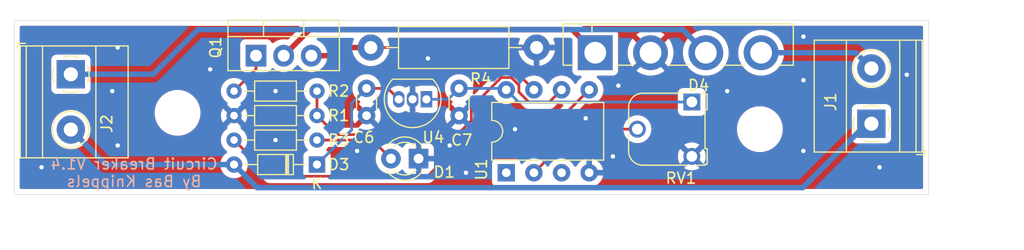
<source format=kicad_pcb>
(kicad_pcb (version 20211014) (generator pcbnew)
  (layers (0 "F.Cu" signal) (31 "B.Cu" signal) (34 "B.Paste" user) (35 "F.Paste" user) (36 "B.SilkS" user "B.Silkscreen") (37 "F.SilkS" user "F.Silkscreen") (38 "B.Mask" user) (39 "F.Mask" user) (44 "Edge.Cuts" user))
  (net 0 "")
  (net 1 "GND")
  (net 2 "+5V")
  (net 3 "VCC")
  (net 4 "/currSens")
  (net 5 "/on_off")
  (net 6 "/adjust")
  (net 7 "Net-(D3-Pad2)")
  (net 8 "Net-(D4-Pad1)")
  (net 9 "Net-(D4-Pad4)")
  (net 10 "Net-(D4-Pad3)")
  (net 11 "Net-(Q1-Pad1)")
  (net 13 "Net-(D1-Pad2)")
  (net 14 "/led")
  (footprint "Resistor_THT:R_Axial_DIN0204_L3.6mm_D1.6mm_P7.62mm_Horizontal" (layer "F.Cu") (at 202.81 145 180)
    (fp_text reference "R2" (at -2 0) (layer "F.SilkS"))
    (fp_text value "22R")
    (fp_line (start 5.73 0.92) (end 5.73 -0.92) (layer "F.SilkS") (width 0.12))
    (fp_line (start 0.94 0) (end 1.89 0) (layer "F.SilkS") (width 0.12))
    (fp_line (start 5.73 -0.92) (end 1.89 -0.92) (layer "F.SilkS") (width 0.12))
    (fp_line (start 1.89 -0.92) (end 1.89 0.92) (layer "F.SilkS") (width 0.12))
    (fp_line (start 6.68 0) (end 5.73 0) (layer "F.SilkS") (width 0.12))
    (fp_line (start 1.89 0.92) (end 5.73 0.92) (layer "F.SilkS") (width 0.12))
    (pad "1" thru_hole circle locked (at 0 0 180) (size 1.4 1.4) (drill 0.7) (layers *.Cu *.Mask) (net 5 "/on_off"))
    (pad "2" thru_hole oval locked (at 7.62 0 180) (size 1.4 1.4) (drill 0.7) (layers *.Cu *.Mask) (net 11 "Net-(Q1-Pad1)"))
  )
  (footprint "Resistor_THT:R_Axial_DIN0204_L3.6mm_D1.6mm_P7.62mm_Horizontal" (layer "F.Cu") (at 195.19 149.5)
    (fp_text reference "R3" (at 9.62 0) (layer "F.SilkS"))
    (fp_text value "R")
    (fp_line (start 5.73 0.92) (end 5.73 -0.92) (layer "F.SilkS") (width 0.12))
    (fp_line (start 6.68 0) (end 5.73 0) (layer "F.SilkS") (width 0.12))
    (fp_line (start 5.73 -0.92) (end 1.89 -0.92) (layer "F.SilkS") (width 0.12))
    (fp_line (start 0.94 0) (end 1.89 0) (layer "F.SilkS") (width 0.12))
    (fp_line (start 1.89 -0.92) (end 1.89 0.92) (layer "F.SilkS") (width 0.12))
    (fp_line (start 1.89 0.92) (end 5.73 0.92) (layer "F.SilkS") (width 0.12))
    (pad "1" thru_hole circle locked (at 0 0) (size 1.4 1.4) (drill 0.7) (layers *.Cu *.Mask) (net 14 "/led"))
    (pad "2" thru_hole oval locked (at 7.62 0) (size 1.4 1.4) (drill 0.7) (layers *.Cu *.Mask) (net 13 "Net-(D1-Pad2)"))
  )
  (footprint "TerminalBlock_Phoenix:TerminalBlock_Phoenix_MKDS-1,5-2-5.08_1x02_P5.08mm_Horizontal" (layer "F.Cu") (at 253.75 148 90)
    (fp_text reference "J1" (at 2 -3.75 90) (layer "F.SilkS"))
    (fp_text value "AC IN")
    (fp_line (start 3.853 1.023) (end 3.806 1.069) (layer "F.SilkS") (width 0.12))
    (fp_line (start -2.6 2.6) (end 7.68 2.6) (layer "F.SilkS") (width 0.12))
    (fp_line (start 7.68 -5.261) (end 7.68 4.66) (layer "F.SilkS") (width 0.12))
    (fp_line (start -2.6 -5.261) (end 7.68 -5.261) (layer "F.SilkS") (width 0.12))
    (fp_line (start -2.6 -5.261) (end -2.6 4.66) (layer "F.SilkS") (width 0.12))
    (fp_line (start 6.355 -1.069) (end 6.308 -1.023) (layer "F.SilkS") (width 0.12))
    (fp_line (start -2.84 4.9) (end -2.34 4.9) (layer "F.SilkS") (width 0.12))
    (fp_line (start -2.6 4.1) (end 7.68 4.1) (layer "F.SilkS") (width 0.12))
    (fp_line (start -2.84 4.16) (end -2.84 4.9) (layer "F.SilkS") (width 0.12))
    (fp_line (start -2.6 -2.301) (end 7.68 -2.301) (layer "F.SilkS") (width 0.12))
    (fp_line (start 6.15 -1.275) (end 6.115 -1.239) (layer "F.SilkS") (width 0.12))
    (fp_line (start 4.046 1.239) (end 4.011 1.274) (layer "F.SilkS") (width 0.12))
    (fp_line (start -2.6 4.66) (end 7.68 4.66) (layer "F.SilkS") (width 0.12))
    (fp_arc (start -0.683042 -1.535427) (mid 0.000524 -1.680501) (end 0.684 -1.535) (layer "F.SilkS") (width 0.12))
    (fp_arc (start 0.028805 1.680253) (mid -0.335551 1.646659) (end -0.684 1.535) (layer "F.SilkS") (width 0.12))
    (fp_arc (start 0.683318 1.534756) (mid 0.349292 1.643288) (end 0 1.68) (layer "F.SilkS") (width 0.12))
    (fp_arc (start 1.535427 -0.683042) (mid 1.680501 0.000524) (end 1.535 0.684) (layer "F.SilkS") (width 0.12))
    (fp_arc (start -1.535427 0.683042) (mid -1.680501 -0.000524) (end -1.535 -0.684) (layer "F.SilkS") (width 0.12))
    (fp_circle (center 5.08 0) (end 6.76 0) (layer "F.SilkS") (width 0.12) (fill none))
    (pad "1" thru_hole rect locked (at 0 0 90) (size 2.6 2.6) (drill 1.3) (layers *.Cu *.Mask) (net 7 "Net-(D3-Pad2)"))
    (pad "2" thru_hole circle locked (at 5.08 0 90) (size 2.6 2.6) (drill 1.3) (layers *.Cu *.Mask) (net 9 "Net-(D4-Pad4)"))
  )
  (footprint "LED_THT:LED_D3.0mm" (layer "F.Cu") (at 212.1458 151.2062 180)
    (fp_text reference "D1" (at -2.3542 -1.236) (layer "F.SilkS"))
    (fp_text value "LED")
    (fp_line (start -0.29 1.08) (end -0.29 1.236) (layer "F.SilkS") (width 0.12))
    (fp_line (start -0.29 -1.236) (end -0.29 -1.08) (layer "F.SilkS") (width 0.12))
    (fp_arc (start 2.942335 1.078608) (mid 1.366487 1.987659) (end -0.29 1.235516) (layer "F.SilkS") (width 0.12))
    (fp_arc (start -0.29 -1.235516) (mid 1.366487 -1.987659) (end 2.942335 -1.078608) (layer "F.SilkS") (width 0.12))
    (fp_arc (start 2.31113 1.079837) (mid 1.270117 1.5) (end 0.229039 1.08) (layer "F.SilkS") (width 0.12))
    (fp_arc (start 0.229039 -1.08) (mid 1.270117 -1.5) (end 2.31113 -1.079837) (layer "F.SilkS") (width 0.12))
    (pad "1" thru_hole rect locked (at 0 0 180) (size 1.8 1.8) (drill 0.9) (layers *.Cu *.Mask) (net 1 "GND"))
    (pad "2" thru_hole circle locked (at 2.54 0 180) (size 1.8 1.8) (drill 0.9) (layers *.Cu *.Mask) (net 13 "Net-(D1-Pad2)"))
  )
  (footprint "Package_DIP:DIP-8_W7.62mm" (layer "F.Cu") (at 220.2 152.5016 90)
    (fp_text reference "U1" (at 0.3 -2.28 90) (layer "F.SilkS"))
    (fp_text value "ATtiny45-20P")
    (fp_line (start 1.16 8.95) (end 6.46 8.95) (layer "F.SilkS") (width 0.12))
    (fp_line (start 1.16 -1.33) (end 1.16 8.95) (layer "F.SilkS") (width 0.12))
    (fp_line (start 2.81 -1.33) (end 1.16 -1.33) (layer "F.SilkS") (width 0.12))
    (fp_line (start 6.46 -1.33) (end 4.81 -1.33) (layer "F.SilkS") (width 0.12))
    (fp_line (start 6.46 8.95) (end 6.46 -1.33) (layer "F.SilkS") (width 0.12))
    (fp_arc (start 4.81 -1.33) (mid 3.81 -0.33) (end 2.81 -1.33) (layer "F.SilkS") (width 0.12))
    (pad "1" thru_hole rect locked (at 0 0 90) (size 1.6 1.6) (drill 0.8) (layers *.Cu *.Mask))
    (pad "2" thru_hole oval locked (at 0 2.54 90) (size 1.6 1.6) (drill 0.8) (layers *.Cu *.Mask) (net 6 "/adjust"))
    (pad "3" thru_hole oval locked (at 0 5.08 90) (size 1.6 1.6) (drill 0.8) (layers *.Cu *.Mask))
    (pad "4" thru_hole oval locked (at 0 7.62 90) (size 1.6 1.6) (drill 0.8) (layers *.Cu *.Mask) (net 1 "GND"))
    (pad "5" thru_hole oval locked (at 7.62 7.62 90) (size 1.6 1.6) (drill 0.8) (layers *.Cu *.Mask) (net 14 "/led"))
    (pad "6" thru_hole oval locked (at 7.62 5.08 90) (size 1.6 1.6) (drill 0.8) (layers *.Cu *.Mask) (net 5 "/on_off"))
    (pad "7" thru_hole oval locked (at 7.62 2.54 90) (size 1.6 1.6) (drill 0.8) (layers *.Cu *.Mask) (net 4 "/currSens"))
    (pad "8" thru_hole oval locked (at 7.62 0 90) (size 1.6 1.6) (drill 0.8) (layers *.Cu *.Mask) (net 2 "+5V"))
  )
  (footprint "Package_TO_SOT_THT:TO-92_Inline" (layer "F.Cu") (at 212.8656 145.7546 180)
    (fp_text reference "U4" (at -0.6344 -3.4958) (layer "F.SilkS"))
    (fp_text value "L78L05_TO92")
    (fp_line (start -0.53 1.85) (end 3.07 1.85) (layer "F.SilkS") (width 0.12))
    (fp_arc (start 1.27 -2.6) (mid 3.672087 -0.994977) (end 3.108478 1.838478) (layer "F.SilkS") (width 0.12))
    (fp_arc (start -0.568478 1.838478) (mid -1.132087 -0.994977) (end 1.27 -2.6) (layer "F.SilkS") (width 0.12))
    (pad "1" thru_hole rect locked (at 0 0 180) (size 1.05 1.5) (drill 0.75) (layers *.Cu *.Mask) (net 2 "+5V"))
    (pad "2" thru_hole oval locked (at 1.27 0 180) (size 1.05 1.5) (drill 0.75) (layers *.Cu *.Mask) (net 1 "GND"))
    (pad "3" thru_hole oval locked (at 2.54 0 180) (size 1.05 1.5) (drill 0.75) (layers *.Cu *.Mask) (net 3 "VCC"))
  )
  (footprint "TerminalBlock_Phoenix:TerminalBlock_Phoenix_MKDS-1,5-2-5.08_1x02_P5.08mm_Horizontal" (layer "F.Cu") (at 180.195 143.455 -90)
    (fp_text reference "J2" (at 4.545 -3.305 -90) (layer "F.SilkS"))
    (fp_text value "AC_OUT")
    (fp_line (start 7.68 -5.261) (end 7.68 4.66) (layer "F.SilkS") (width 0.12))
    (fp_line (start 3.853 1.023) (end 3.806 1.069) (layer "F.SilkS") (width 0.12))
    (fp_line (start -2.6 -2.301) (end 7.68 -2.301) (layer "F.SilkS") (width 0.12))
    (fp_line (start -2.6 -5.261) (end 7.68 -5.261) (layer "F.SilkS") (width 0.12))
    (fp_line (start -2.6 2.6) (end 7.68 2.6) (layer "F.SilkS") (width 0.12))
    (fp_line (start -2.84 4.16) (end -2.84 4.9) (layer "F.SilkS") (width 0.12))
    (fp_line (start 4.046 1.239) (end 4.011 1.274) (layer "F.SilkS") (width 0.12))
    (fp_line (start -2.6 -5.261) (end -2.6 4.66) (layer "F.SilkS") (width 0.12))
    (fp_line (start 6.355 -1.069) (end 6.308 -1.023) (layer "F.SilkS") (width 0.12))
    (fp_line (start -2.6 4.66) (end 7.68 4.66) (layer "F.SilkS") (width 0.12))
    (fp_line (start -2.6 4.1) (end 7.68 4.1) (layer "F.SilkS") (width 0.12))
    (fp_line (start 6.15 -1.275) (end 6.115 -1.239) (layer "F.SilkS") (width 0.12))
    (fp_line (start -2.84 4.9) (end -2.34 4.9) (layer "F.SilkS") (width 0.12))
    (fp_arc (start 1.535427 -0.683042) (mid 1.680501 0.000524) (end 1.535 0.684) (layer "F.SilkS") (width 0.12))
    (fp_arc (start 0.683318 1.534756) (mid 0.349292 1.643288) (end 0 1.68) (layer "F.SilkS") (width 0.12))
    (fp_arc (start 0.028805 1.680253) (mid -0.335551 1.646659) (end -0.684 1.535) (layer "F.SilkS") (width 0.12))
    (fp_arc (start -0.683042 -1.535427) (mid 0.000524 -1.680501) (end 0.684 -1.535) (layer "F.SilkS") (width 0.12))
    (fp_arc (start -1.535427 0.683042) (mid -1.680501 -0.000524) (end -1.535 -0.684) (layer "F.SilkS") (width 0.12))
    (fp_circle (center 5.08 0) (end 6.76 0) (layer "F.SilkS") (width 0.12) (fill none))
    (pad "1" thru_hole rect locked (at 0 0 270) (size 2.6 2.6) (drill 1.3) (layers *.Cu *.Mask) (net 10 "Net-(D4-Pad3)"))
    (pad "2" thru_hole circle locked (at 5.08 0 270) (size 2.6 2.6) (drill 1.3) (layers *.Cu *.Mask) (net 7 "Net-(D3-Pad2)"))
  )
  (footprint "Capacitor_THT:C_Disc_D3.0mm_W1.6mm_P2.50mm" (layer "F.Cu") (at 207.3656 144.7546 -90)
    (fp_text reference "C6" (at 4.5 0.25) (layer "F.SilkS"))
    (fp_text value "330nF")
    (fp_line (start 0.621 0.92) (end 1.879 0.92) (layer "F.SilkS") (width 0.12))
    (fp_line (start 0.621 -0.92) (end 1.879 -0.92) (layer "F.SilkS") (width 0.12))
    (pad "1" thru_hole circle locked (at 0 0 270) (size 1.6 1.6) (drill 0.8) (layers *.Cu *.Mask) (net 3 "VCC"))
    (pad "2" thru_hole circle locked (at 2.5 0 270) (size 1.6 1.6) (drill 0.8) (layers *.Cu *.Mask) (net 1 "GND"))
  )
  (footprint "MountingHole:MountingHole_3.2mm_M3" (layer "F.Cu") (at 243.5 148.5)
    (fp_text reference "REF**")
    (fp_text value "MountingHole_3.2mm_M3")
    (pad "" np_thru_hole circle locked (at 0 0) (size 3.2 3.2) (drill 3.2) (layers *.Cu *.Mask))
  )
  (footprint "Resistor_THT:R_Axial_DIN0204_L3.6mm_D1.6mm_P7.62mm_Horizontal" (layer "F.Cu") (at 195.19 147.25)
    (fp_text reference "R1" (at 9.62 0) (layer "F.SilkS"))
    (fp_text value "10k")
    (fp_line (start 5.73 -0.92) (end 1.89 -0.92) (layer "F.SilkS") (width 0.12))
    (fp_line (start 0.94 0) (end 1.89 0) (layer "F.SilkS") (width 0.12))
    (fp_line (start 1.89 0.92) (end 5.73 0.92) (layer "F.SilkS") (width 0.12))
    (fp_line (start 6.68 0) (end 5.73 0) (layer "F.SilkS") (width 0.12))
    (fp_line (start 1.89 -0.92) (end 1.89 0.92) (layer "F.SilkS") (width 0.12))
    (fp_line (start 5.73 0.92) (end 5.73 -0.92) (layer "F.SilkS") (width 0.12))
    (pad "1" thru_hole circle locked (at 0 0) (size 1.4 1.4) (drill 0.7) (layers *.Cu *.Mask) (net 1 "GND"))
    (pad "2" thru_hole oval locked (at 7.62 0) (size 1.4 1.4) (drill 0.7) (layers *.Cu *.Mask) (net 5 "/on_off"))
  )
  (footprint "Diode_THT:Diode_Bridge_Vishay_GBL" (layer "F.Cu") (at 228.375 141.475)
    (fp_text reference "D4" (at 9.5 3) (layer "F.SilkS"))
    (fp_text value "D")
    (fp_line (start -2.95 1.15) (end -2 1.15) (layer "F.SilkS") (width 0.12))
    (fp_line (start 11.7 1.15) (end 13.7 1.15) (layer "F.SilkS") (width 0.12))
    (fp_line (start -2.95 -2.65) (end -2.95 1.15) (layer "F.SilkS") (width 0.12))
    (fp_line (start 16.8 1.15) (end 18.2 1.15) (layer "F.SilkS") (width 0.12))
    (fp_line (start 18.2 1.15) (end 18.2 -2.65) (layer "F.SilkS") (width 0.12))
    (fp_line (start 18.2 -2.65) (end -2.95 -2.65) (layer "F.SilkS") (width 0.12))
    (fp_line (start 6.7 1.15) (end 8.6 1.15) (layer "F.SilkS") (width 0.12))
    (fp_line (start -0.3 -2.65) (end -0.3 -1.95) (layer "F.SilkS") (width 0.12))
    (fp_line (start 2 1.15) (end 3.5 1.15) (layer "F.SilkS") (width 0.12))
    (pad "1" thru_hole rect locked (at 0 0 180) (size 3.2 3.2) (drill 2) (layers *.Cu *.Mask) (net 8 "Net-(D4-Pad1)"))
    (pad "2" thru_hole circle locked (at 5.08 0 180) (size 3.2 3.2) (drill 2) (layers *.Cu *.Mask) (net 1 "GND"))
    (pad "3" thru_hole circle locked (at 10.16 0 180) (size 3.2 3.2) (drill 2) (layers *.Cu *.Mask) (net 10 "Net-(D4-Pad3)"))
    (pad "4" thru_hole circle locked (at 15.24 0 180) (size 3.2 3.2) (drill 2) (layers *.Cu *.Mask) (net 9 "Net-(D4-Pad4)"))
  )
  (footprint "Resistor_THT:R_Axial_DIN0411_L9.9mm_D3.6mm_P15.24mm_Horizontal" (layer "F.Cu") (at 207.75 141)
    (fp_text reference "R4" (at 10.1058 2.891) (layer "F.SilkS"))
    (fp_text value "1R")
    (fp_line (start 1.44 0) (end 2.55 0) (layer "F.SilkS") (width 0.12))
    (fp_line (start 13.8 0) (end 12.69 0) (layer "F.SilkS") (width 0.12))
    (fp_line (start 12.69 -1.92) (end 2.55 -1.92) (layer "F.SilkS") (width 0.12))
    (fp_line (start 12.69 1.92) (end 12.69 -1.92) (layer "F.SilkS") (width 0.12))
    (fp_line (start 2.55 1.92) (end 12.69 1.92) (layer "F.SilkS") (width 0.12))
    (fp_line (start 2.55 -1.92) (end 2.55 1.92) (layer "F.SilkS") (width 0.12))
    (pad "1" thru_hole circle locked (at 0 0) (size 2.4 2.4) (drill 1.2) (layers *.Cu *.Mask) (net 4 "/currSens"))
    (pad "2" thru_hole oval locked (at 15.24 0) (size 2.4 2.4) (drill 1.2) (layers *.Cu *.Mask) (net 1 "GND"))
  )
  (footprint "Potentiometer_THT:Potentiometer_Runtron_RM-065_Vertical" (layer "F.Cu") (at 237.25 146 -90)
    (fp_text reference "RV1" (at 7 1 180) (layer "F.SilkS"))
    (fp_text value "R_Potentiometer")
    (fp_line (start -0.81 -1.21) (end -0.81 -0.96) (layer "F.SilkS") (width 0.12))
    (fp_line (start 5.71 -1.21) (end 5.81 -1.21) (layer "F.SilkS") (width 0.12))
    (fp_line (start -0.71 -1.41) (end 0.71 -1.41) (layer "F.SilkS") (width 0.12))
    (fp_line (start 1.99 5.81) (end 0.5 5.81) (layer "F.SilkS") (width 0.12))
    (fp_line (start 5.71 -1.41) (end 5.71 -1.21) (layer "F.SilkS") (width 0.12))
    (fp_line (start 4.5 5.81) (end 3.01 5.81) (layer "F.SilkS") (width 0.12))
    (fp_line (start 0.71 -1.21) (end 0.71 -1.41) (layer "F.SilkS") (width 0.12))
    (fp_line (start 0.71 -1.21) (end 4.29 -1.21) (layer "F.SilkS") (width 0.12))
    (fp_line (start -0.81 4.5) (end -0.81 0.96) (layer "F.SilkS") (width 0.12))
    (fp_line (start 5.81 0.52) (end 5.81 4.5) (layer "F.SilkS") (width 0.12))
    (fp_line (start 4.29 -1.41) (end 5.71 -1.41) (layer "F.SilkS") (width 0.12))
    (fp_line (start 4.29 -1.21) (end 4.29 -1.41) (layer "F.SilkS") (width 0.12))
    (fp_line (start -0.71 -1.21) (end -0.81 -1.21) (layer "F.SilkS") (width 0.12))
    (fp_line (start -0.71 -1.41) (end -0.71 -1.21) (layer "F.SilkS") (width 0.12))
    (fp_line (start 5.81 -1.21) (end 5.81 -0.52) (layer "F.SilkS") (width 0.12))
    (fp_arc (start 5.81 4.5) (mid 5.42631 5.42631) (end 4.5 5.81) (layer "F.SilkS") (width 0.12))
    (fp_arc (start 0.5 5.81) (mid -0.42631 5.42631) (end -0.81 4.5) (layer "F.SilkS") (width 0.12))
    (pad "1" thru_hole rect locked (at 0 0 270) (size 1.55 1.55) (drill 1) (layers *.Cu *.Mask) (net 2 "+5V"))
    (pad "2" thru_hole circle locked (at 2.5 5 270) (size 1.55 1.55) (drill 1) (layers *.Cu *.Mask) (net 6 "/adjust"))
    (pad "3" thru_hole circle locked (at 5 0 270) (size 1.55 1.55) (drill 1) (layers *.Cu *.Mask) (net 1 "GND"))
  )
  (footprint "Package_TO_SOT_THT:TO-220-3_Vertical" (layer "F.Cu") (at 197.21 141.75)
    (fp_text reference "Q1" (at -3.71 -0.75 90) (layer "F.SilkS"))
    (fp_text value "IRF540N")
    (fp_line (start -2.58 -1.76) (end 7.66 -1.76) (layer "F.SilkS") (width 0.12))
    (fp_line (start -2.58 1.371) (end 7.66 1.371) (layer "F.SilkS") (width 0.12))
    (fp_line (start -2.58 -3.27) (end 7.66 -3.27) (layer "F.SilkS") (width 0.12))
    (fp_line (start -2.58 -3.27) (end -2.58 1.371) (layer "F.SilkS") (width 0.12))
    (fp_line (start 7.66 -3.27) (end 7.66 1.371) (layer "F.SilkS") (width 0.12))
    (fp_line (start 4.391 -3.27) (end 4.391 -1.76) (layer "F.SilkS") (width 0.12))
    (fp_line (start 0.69 -3.27) (end 0.69 -1.76) (layer "F.SilkS") (width 0.12))
    (pad "1" thru_hole rect locked (at 0 0) (size 1.905 2) (drill 1.1) (layers *.Cu *.Mask) (net 11 "Net-(Q1-Pad1)"))
    (pad "2" thru_hole oval locked (at 2.54 0) (size 1.905 2) (drill 1.1) (layers *.Cu *.Mask) (net 8 "Net-(D4-Pad1)"))
    (pad "3" thru_hole oval locked (at 5.08 0) (size 1.905 2) (drill 1.1) (layers *.Cu *.Mask) (net 4 "/currSens"))
  )
  (footprint "MountingHole:MountingHole_3.2mm_M3" (layer "F.Cu") (at 190 147)
    (fp_text reference "REF**")
    (fp_text value "MountingHole_3.2mm_M3")
    (pad "" np_thru_hole circle locked (at 0 0) (size 3.2 3.2) (drill 3.2) (layers *.Cu *.Mask))
  )
  (footprint "Capacitor_THT:C_Disc_D3.0mm_W1.6mm_P2.50mm" (layer "F.Cu") (at 215.8656 144.7546 -90)
    (fp_text reference "C7" (at 4.7454 -0.25 180) (layer "F.SilkS"))
    (fp_text value "100nF")
    (fp_line (start 0.621 0.92) (end 1.879 0.92) (layer "F.SilkS") (width 0.12))
    (fp_line (start 0.621 -0.92) (end 1.879 -0.92) (layer "F.SilkS") (width 0.12))
    (pad "1" thru_hole circle locked (at 0 0 270) (size 1.6 1.6) (drill 0.8) (layers *.Cu *.Mask) (net 2 "+5V"))
    (pad "2" thru_hole circle locked (at 2.5 0 270) (size 1.6 1.6) (drill 0.8) (layers *.Cu *.Mask) (net 1 "GND"))
  )
  (footprint "Diode_THT:D_DO-34_SOD68_P7.62mm_Horizontal" (layer "F.Cu") (at 202.81 151.75 180)
    (fp_text reference "D3" (at -2 0) (layer "F.SilkS"))
    (fp_text value "D")
    (fp_text user "K" (at 0 -1.75) (layer "F.SilkS"))
    (fp_line (start 6.63 0) (end 5.45 0) (layer "F.SilkS") (width 0.12))
    (fp_line (start 2.17 -0.92) (end 2.17 0.92) (layer "F.SilkS") (width 0.12))
    (fp_line (start 5.45 -0.92) (end 2.17 -0.92) (layer "F.SilkS") (width 0.12))
    (fp_line (start 2.17 0.92) (end 5.45 0.92) (layer "F.SilkS") (width 0.12))
    (fp_line (start 0.99 0) (end 2.17 0) (layer "F.SilkS") (width 0.12))
    (fp_line (start 5.45 0.92) (end 5.45 -0.92) (layer "F.SilkS") (width 0.12))
    (fp_line (start 2.866 -0.92) (end 2.866 0.92) (layer "F.SilkS") (width 0.12))
    (fp_line (start 2.746 -0.92) (end 2.746 0.92) (layer "F.SilkS") (width 0.12))
    (fp_line (start 2.626 -0.92) (end 2.626 0.92) (layer "F.SilkS") (width 0.12))
    (pad "1" thru_hole rect locked (at 0 0 180) (size 1.5 1.5) (drill 0.75) (layers *.Cu *.Mask) (net 3 "VCC"))
    (pad "2" thru_hole oval locked (at 7.62 0 180) (size 1.5 1.5) (drill 0.75) (layers *.Cu *.Mask) (net 7 "Net-(D3-Pad2)"))
  )
  (gr_rect (start 175 138.5) (end 259 154.5) (layer "Edge.Cuts") (width 0.05) (fill none))
  (gr_text "Circuit Breaker V1.4\nBy Bas Knippels" (at 186 152.5) (layer "B.SilkS") (effects (font (size 1 1)) (justify mirror)))
  (via (at 184.5 150) (size 0.8) (drill 0.4) (layers "F.Cu" "B.Cu") (net 1))
  (via (at 254.5 152) (size 0.8) (drill 0.4) (layers "F.Cu" "B.Cu") (net 1))
  (via (at 230.5 144.5) (size 0.8) (drill 0.4) (layers "F.Cu" "B.Cu") (net 1))
  (via (at 199 149.5) (size 0.8) (drill 0.4) (layers "F.Cu" "B.Cu") (net 1))
  (via (at 177.5 152) (size 0.8) (drill 0.4) (layers "F.Cu" "B.Cu") (net 1))
  (via (at 199 145) (size 0.8) (drill 0.4) (layers "F.Cu" "B.Cu") (net 1))
  (via (at 227.5 147.5) (size 0.8) (drill 0.4) (layers "F.Cu" "B.Cu") (net 1))
  (via (at 215 150) (size 0.8) (drill 0.4) (layers "F.Cu" "B.Cu") (net 1))
  (via (at 216.5 152.5) (size 0.8) (drill 0.4) (layers "F.Cu" "B.Cu") (net 1))
  (via (at 230 151) (size 0.8) (drill 0.4) (layers "F.Cu" "B.Cu") (net 1))
  (via (at 184 145) (size 0.8) (drill 0.4) (layers "F.Cu" "B.Cu") (net 1))
  (via (at 247.5 140) (size 0.8) (drill 0.4) (layers "F.Cu" "B.Cu") (net 1))
  (via (at 257 143.5) (size 0.8) (drill 0.4) (layers "F.Cu" "B.Cu") (net 1))
  (via (at 247.5 144) (size 0.8) (drill 0.4) (layers "F.Cu" "B.Cu") (net 1))
  (via (at 206.5 150.5) (size 0.8) (drill 0.4) (layers "F.Cu" "B.Cu") (net 1))
  (via (at 193 143) (size 0.8) (drill 0.4) (layers "F.Cu" "B.Cu") (net 1))
  (via (at 240.5 145) (size 0.8) (drill 0.4) (layers "F.Cu" "B.Cu") (net 1))
  (via (at 247.5 150.5) (size 0.8) (drill 0.4) (layers "F.Cu" "B.Cu") (net 1))
  (via (at 221 148.5) (size 0.8) (drill 0.4) (layers "F.Cu" "B.Cu") (net 1))
  (via (at 213 142) (size 0.8) (drill 0.4) (layers "F.Cu" "B.Cu") (net 1))
  (via (at 184.5 141) (size 0.8) (drill 0.4) (layers "F.Cu" "B.Cu") (net 1))
  (segment (start 221.324511 146.006111) (end 237.243889 146.006111) (width 0.25) (layer "B.Cu") (net 2))
  (segment (start 237.243889 146.006111) (end 237.25 146) (width 0.25) (layer "B.Cu") (net 2))
  (segment (start 212.8656 145.7546) (end 214.8656 145.7546) (width 0.25) (layer "B.Cu") (net 2))
  (segment (start 220.073 144.7546) (end 220.2 144.8816) (width 0.25) (layer "B.Cu") (net 2))
  (segment (start 220.2 144.8816) (end 221.324511 146.006111) (width 0.25) (layer "B.Cu") (net 2))
  (segment (start 214.8656 145.7546) (end 215.8656 144.7546) (width 0.25) (layer "B.Cu") (net 2))
  (segment (start 215.8656 144.7546) (end 220.073 144.7546) (width 0.25) (layer "B.Cu") (net 2))
  (segment (start 207.3656 144.7546) (end 209.3256 144.7546) (width 0.25) (layer "F.Cu") (net 3))
  (segment (start 209.3256 144.7546) (end 210.3256 145.7546) (width 0.25) (layer "F.Cu") (net 3))
  (segment (start 206 148.56) (end 202.81 151.75) (width 0.25) (layer "B.Cu") (net 3))
  (segment (start 206 146.1202) (end 206 148.56) (width 0.25) (layer "B.Cu") (net 3))
  (segment (start 207.3656 144.7546) (end 206 146.1202) (width 0.25) (layer "B.Cu") (net 3))
  (segment (start 204.694 141) (end 207.75 141) (width 0.5) (layer "F.Cu") (net 4))
  (segment (start 202.29 141.75) (end 203.944 141.75) (width 0.5) (layer "F.Cu") (net 4))
  (segment (start 218.8584 141) (end 222.74 144.8816) (width 0.25) (layer "F.Cu") (net 4))
  (segment (start 207.75 141) (end 218.8584 141) (width 0.25) (layer "F.Cu") (net 4))
  (segment (start 203.944 141.75) (end 204.694 141) (width 0.5) (layer "F.Cu") (net 4))
  (segment (start 216.990111 147.720389) (end 216.990111 146.501189) (width 0.25) (layer "F.Cu") (net 5))
  (segment (start 221.361341 145.093241) (end 222.274211 146.006111) (width 0.25) (layer "F.Cu") (net 5))
  (segment (start 220.665789 143.757089) (end 221.361341 144.452641) (width 0.25) (layer "F.Cu") (net 5))
  (segment (start 215.7105 149) (end 216.990111 147.720389) (width 0.25) (layer "F.Cu") (net 5))
  (segment (start 202.81 145) (end 202.81 147.25) (width 0.25) (layer "F.Cu") (net 5))
  (segment (start 202.81 147.25) (end 204.56 149) (width 0.25) (layer "F.Cu") (net 5))
  (segment (start 221.361341 144.452641) (end 221.361341 145.093241) (width 0.25) (layer "F.Cu") (net 5))
  (segment (start 224.155489 146.006111) (end 225.28 144.8816) (width 0.25) (layer "F.Cu") (net 5))
  (segment (start 216.990111 146.501189) (end 219.734211 143.757089) (width 0.25) (layer "F.Cu") (net 5))
  (segment (start 222.274211 146.006111) (end 224.155489 146.006111) (width 0.25) (layer "F.Cu") (net 5))
  (segment (start 204.56 149) (end 215.7105 149) (width 0.25) (layer "F.Cu") (net 5))
  (segment (start 219.734211 143.757089) (end 220.665789 143.757089) (width 0.25) (layer "F.Cu") (net 5))
  (segment (start 232.25 148.5) (end 226.7416 148.5) (width 0.25) (layer "F.Cu") (net 6))
  (segment (start 226.7416 148.5) (end 222.74 152.5016) (width 0.25) (layer "F.Cu") (net 6))
  (segment (start 183.41 151.75) (end 180.195 148.535) (width 0.5) (layer "B.Cu") (net 7))
  (segment (start 197.3132 153.8732) (end 195.19 151.75) (width 0.5) (layer "B.Cu") (net 7))
  (segment (start 247.4468 153.8732) (end 197.3132 153.8732) (width 0.5) (layer "B.Cu") (net 7))
  (segment (start 253.75 148) (end 253.32 148) (width 0.5) (layer "B.Cu") (net 7))
  (segment (start 253.32 148) (end 247.4468 153.8732) (width 0.5) (layer "B.Cu") (net 7))
  (segment (start 195.19 151.75) (end 183.41 151.75) (width 0.5) (layer "B.Cu") (net 7))
  (segment (start 226.250489 139.350489) (end 228.375 141.475) (width 0.5) (layer "F.Cu") (net 8))
  (segment (start 199.75 141.75) (end 202.149511 139.350489) (width 0.5) (layer "F.Cu") (net 8))
  (segment (start 202.149511 139.350489) (end 226.250489 139.350489) (width 0.5) (layer "F.Cu") (net 8))
  (segment (start 243.615 141.475) (end 252.305 141.475) (width 0.5) (layer "B.Cu") (net 9))
  (segment (start 252.305 141.475) (end 253.75 142.92) (width 0.5) (layer "B.Cu") (net 9))
  (segment (start 191.865511 139.350489) (end 236.410489 139.350489) (width 0.5) (layer "B.Cu") (net 10))
  (segment (start 187.761 143.455) (end 191.865511 139.350489) (width 0.5) (layer "B.Cu") (net 10))
  (segment (start 236.410489 139.350489) (end 238.535 141.475) (width 0.5) (layer "B.Cu") (net 10))
  (segment (start 180.195 143.455) (end 187.761 143.455) (width 0.5) (layer "B.Cu") (net 10))
  (segment (start 197.21 142.98) (end 195.19 145) (width 0.25) (layer "F.Cu") (net 11))
  (segment (start 197.21 141.75) (end 197.21 142.98) (width 0.25) (layer "F.Cu") (net 11))
  (segment (start 202.81 149.5) (end 207.8996 149.5) (width 0.25) (layer "F.Cu") (net 13))
  (segment (start 207.8996 149.5) (end 209.6058 151.2062) (width 0.25) (layer "F.Cu") (net 13))
  (segment (start 221.571911 151.129689) (end 214.671333 151.129689) (width 0.25) (layer "F.Cu") (net 14))
  (segment (start 227.82 144.8816) (end 221.571911 151.129689) (width 0.25) (layer "F.Cu") (net 14))
  (segment (start 212.976511 152.824511) (end 198.514511 152.824511) (width 0.25) (layer "F.Cu") (net 14))
  (segment (start 214.671333 151.129689) (end 212.976511 152.824511) (width 0.25) (layer "F.Cu") (net 14))
  (segment (start 198.514511 152.824511) (end 195.19 149.5) (width 0.25) (layer "F.Cu") (net 14))
  (zone (net 1) (net_name "GND") (layers F&B.Cu) (connect_pads (clearance 0.508)) (min_thickness 0.254) (fill yes (thermal_gap 0.508) (thermal_bridge_width 0.508))
    (polygon (pts (xy 258.5 154) (xy 175.5 154) (xy 175.5 139) (xy 258.5 139)))
  )
)
</source>
